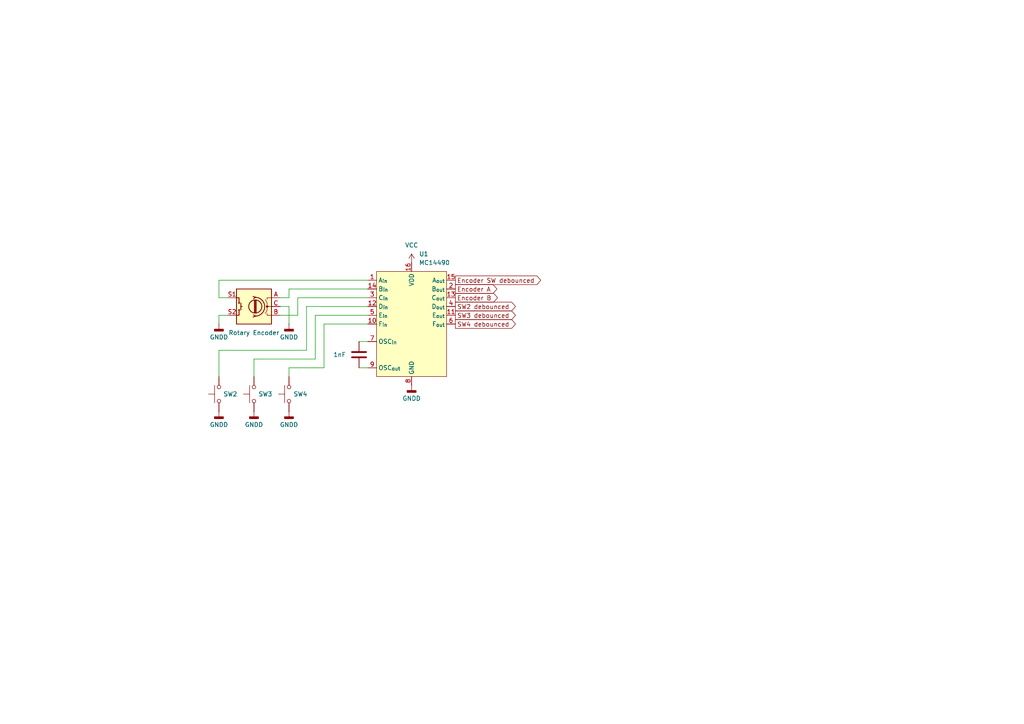
<source format=kicad_sch>
(kicad_sch (version 20250114) (generator "eeschema") (generator_version "9.0")
  (paper "A4")
  (lib_symbols
    (symbol "Device:C" (pin_numbers (hide yes)) (pin_names (offset 0.254))
      (property "Reference" "C" (at 0.635 2.54 0))
      (property "Value" "C" (at 0.635 -2.54 0))
      (symbol "C_0_1"
        (polyline (pts (xy -2.032 0.762) (xy 2.032 0.762)) (stroke (width 0.508)))
        (polyline (pts (xy -2.032 -0.762) (xy 2.032 -0.762)) (stroke (width 0.508)))
      )
      (symbol "C_1_1"
        (pin passive line (at 0 3.81 270) (length 2.794) (name "~") (number "1"))
        (pin passive line (at 0 -3.81 90) (length 2.794) (name "~") (number "2"))
      )
    )
    (symbol "Device:RotaryEncoder_Switch" (pin_names (offset 0.254) (hide yes))
      (property "Reference" "SW" (at 0 6.604 0))
      (property "Value" "RotaryEncoder_Switch" (at 0 -6.604 0))
      (symbol "RotaryEncoder_Switch_0_1"
        (rectangle (start -5.08 5.08) (end 5.08 -5.08) (stroke (width 0.254)) (fill (type background)))
        (polyline (pts (xy -5.08 2.54) (xy -3.81 2.54) (xy -3.81 2.032)))
        (polyline (pts (xy -5.08 0) (xy -3.81 0) (xy -3.81 -1.016) (xy -3.302 -2.032)))
        (polyline (pts (xy -5.08 -2.54) (xy -3.81 -2.54) (xy -3.81 -2.032)))
        (polyline (pts (xy -4.318 0) (xy -3.81 0) (xy -3.81 1.016) (xy -3.302 2.032)))
        (circle (center -3.81 0) (radius 0.254) (fill (type outline)))
        (polyline (pts (xy -0.635 -1.778) (xy -0.635 1.778)) (stroke (width 0.254)))
        (circle (center -0.381 0) (radius 1.905) (stroke (width 0.254)))
        (polyline (pts (xy -0.381 -1.778) (xy -0.381 1.778)) (stroke (width 0.254)))
        (arc (start -0.381 -2.794) (mid -3.0988 -0.0635) (end -0.381 2.667) (stroke (width 0.254)))
        (polyline (pts (xy -0.127 1.778) (xy -0.127 -1.778)) (stroke (width 0.254)))
        (polyline (pts (xy 0.254 2.921) (xy -0.508 2.667) (xy 0.127 2.286)) (stroke (width 0.254)))
        (polyline (pts (xy 0.254 -3.048) (xy -0.508 -2.794) (xy 0.127 -2.413)) (stroke (width 0.254)))
        (polyline (pts (xy 3.81 1.016) (xy 3.81 -1.016)) (stroke (width 0.254)))
        (polyline (pts (xy 3.81 0) (xy 3.429 0)) (stroke (width 0.254)))
        (circle (center 4.318 1.016) (radius 0.127) (stroke (width 0.254)))
        (circle (center 4.318 -1.016) (radius 0.127) (stroke (width 0.254)))
        (polyline (pts (xy 5.08 2.54) (xy 4.318 2.54) (xy 4.318 1.016)) (stroke (width 0.254)))
        (polyline (pts (xy 5.08 -2.54) (xy 4.318 -2.54) (xy 4.318 -1.016)) (stroke (width 0.254)))
      )
      (symbol "RotaryEncoder_Switch_1_1"
        (pin passive line (at -7.62 2.54 0) (length 2.54) (name "A") (number "A"))
        (pin passive line (at -7.62 0 0) (length 2.54) (name "C") (number "C"))
        (pin passive line (at -7.62 -2.54 0) (length 2.54) (name "B") (number "B"))
        (pin passive line (at 7.62 2.54 180) (length 2.54) (name "S1") (number "S1"))
        (pin passive line (at 7.62 -2.54 180) (length 2.54) (name "S2") (number "S2"))
      )
    )
    (symbol "Repo_Library:MC14490"
      (property "Reference" "U" (at 2.54 1.27 0))
      (property "Value" "MC14490" (at 0 0 0))
      (symbol "MC14490_1_0"
        (pin input line (at -12.7 -2.54 0) (length 2.54) (name "A_{in}") (number "1"))
        (pin input line (at -12.7 -5.08 0) (length 2.54) (name "B_{in}") (number "14"))
        (pin input line (at -12.7 -7.62 0) (length 2.54) (name "C_{in}") (number "3"))
        (pin input line (at -12.7 -10.16 0) (length 2.54) (name "D_{in}") (number "12"))
        (pin input line (at -12.7 -12.7 0) (length 2.54) (name "E_{in}") (number "5"))
        (pin input line (at -12.7 -15.24 0) (length 2.54) (name "F_{in}") (number "10"))
        (pin input line (at -12.7 -20.32 0) (length 2.54) (name "OSC_{in}") (number "7"))
        (pin output line (at -12.7 -27.94 0) (length 2.54) (name "OSC_{out}") (number "9"))
        (pin power_in line (at 0 2.54 270) (length 2.54) (name "VDD") (number "16"))
        (pin passive line (at 0 -33.02 90) (length 2.54) (name "GND") (number "8"))
        (pin output line (at 12.7 -2.54 180) (length 2.54) (name "A_{out}") (number "15"))
        (pin output line (at 12.7 -5.08 180) (length 2.54) (name "B_{out}") (number "2"))
        (pin output line (at 12.7 -7.62 180) (length 2.54) (name "C_{out}") (number "13"))
        (pin output line (at 12.7 -10.16 180) (length 2.54) (name "D_{out}") (number "4"))
        (pin output line (at 12.7 -12.7 180) (length 2.54) (name "E_{out}") (number "11"))
        (pin output line (at 12.7 -15.24 180) (length 2.54) (name "F_{out}") (number "6"))
      )
      (symbol "MC14490_1_1"
        (rectangle (start -10.16 0) (end 10.16 -30.48) (fill (type background)))
      )
    )
    (symbol "Switch:SW_Push" (pin_numbers (hide yes)) (pin_names (offset 1.016) (hide yes))
      (property "Reference" "SW" (at 1.27 2.54 0))
      (property "Value" "SW_Push" (at 0 -1.524 0))
      (symbol "SW_Push_0_1"
        (circle (center -2.032 0) (radius 0.508))
        (polyline (pts (xy 0 1.27) (xy 0 3.048)))
        (circle (center 2.032 0) (radius 0.508))
        (polyline (pts (xy 2.54 1.27) (xy -2.54 1.27)))
        (pin passive line (at -5.08 0 0) (length 2.54) (name "1") (number "1"))
        (pin passive line (at 5.08 0 180) (length 2.54) (name "2") (number "2"))
      )
    )
    (symbol "power:GNDD" (power) (pin_numbers (hide yes)) (pin_names (offset 0) (hide yes))
      (property "Value" "GNDD" (at 0 -3.175 0))
      (symbol "GNDD_0_1"
        (rectangle (start -1.27 -1.524) (end 1.27 -2.032) (stroke (width 0.254)) (fill (type outline)))
        (polyline (pts (xy 0 0) (xy 0 -1.524)))
      )
      (symbol "GNDD_1_1"
        (pin power_in line (at 0 0 270) (length 0) (name "~") (number "1"))
      )
    )
    (symbol "power:VCC" (power) (pin_numbers (hide yes)) (pin_names (offset 0) (hide yes))
      (property "Value" "VCC" (at 0 3.556 0))
      (symbol "VCC_0_1"
        (polyline (pts (xy -0.762 1.27) (xy 0 2.54)))
        (polyline (pts (xy 0 2.54) (xy 0.762 1.27)))
        (polyline (pts (xy 0 0) (xy 0 2.54)))
      )
      (symbol "VCC_1_1"
        (pin power_in line (at 0 0 90) (length 0) (name "~") (number "1"))
      )
    )
  )
  (wire (pts (xy 93.98 93.98) (xy 106.68 93.98)))
  (wire (pts (xy 91.44 104.14) (xy 73.66 104.14)))
  (wire (pts (xy 86.36 86.36) (xy 106.68 86.36)))
  (wire (pts (xy 83.82 106.68) (xy 83.82 109.22)))
  (wire (pts (xy 81.28 88.9) (xy 83.82 88.9)))
  (wire (pts (xy 91.44 91.44) (xy 91.44 104.14)))
  (wire (pts (xy 88.9 88.9) (xy 88.9 101.6)))
  (wire (pts (xy 63.5 86.36) (xy 66.04 86.36)))
  (wire (pts (xy 91.44 91.44) (xy 106.68 91.44)))
  (wire (pts (xy 83.82 88.9) (xy 83.82 93.98)))
  (wire (pts (xy 63.5 81.28) (xy 63.5 86.36)))
  (wire (pts (xy 81.28 86.36) (xy 83.82 86.36)))
  (wire (pts (xy 83.82 106.68) (xy 93.98 106.68)))
  (wire (pts (xy 83.82 86.36) (xy 83.82 83.82)))
  (wire (pts (xy 104.14 106.68) (xy 106.68 106.68)))
  (wire (pts (xy 63.5 91.44) (xy 63.5 93.98)))
  (wire (pts (xy 88.9 101.6) (xy 63.5 101.6)))
  (wire (pts (xy 93.98 93.98) (xy 93.98 106.68)))
  (wire (pts (xy 63.5 81.28) (xy 106.68 81.28)))
  (wire (pts (xy 81.28 91.44) (xy 86.36 91.44)))
  (wire (pts (xy 88.9 88.9) (xy 106.68 88.9)))
  (wire (pts (xy 63.5 101.6) (xy 63.5 109.22)))
  (wire (pts (xy 104.14 99.06) (xy 106.68 99.06)))
  (wire (pts (xy 86.36 91.44) (xy 86.36 86.36)))
  (wire (pts (xy 83.82 83.82) (xy 106.68 83.82)))
  (wire (pts (xy 66.04 91.44) (xy 63.5 91.44)))
  (wire (pts (xy 73.66 104.14) (xy 73.66 109.22)))
  (global_label "SW2 debounced" (shape output) (at 132.08 88.9 0) (property "Intersheetrefs" "${INTERSHEET_REFS}" (effects (hide yes))))
  (global_label "Encoder B" (shape output) (at 132.08 86.36 0) (property "Intersheetrefs" "${INTERSHEET_REFS}" (effects (hide yes))))
  (global_label "Encoder A" (shape output) (at 132.08 83.82 0) (property "Intersheetrefs" "${INTERSHEET_REFS}" (effects (hide yes))))
  (global_label "SW4 debounced" (shape output) (at 132.08 93.98 0) (property "Intersheetrefs" "${INTERSHEET_REFS}" (effects (hide yes))))
  (global_label "Encoder SW debounced" (shape output) (at 132.08 81.28 0) (property "Intersheetrefs" "${INTERSHEET_REFS}" (effects (hide yes))))
  (global_label "SW3 debounced" (shape output) (at 132.08 91.44 0) (property "Intersheetrefs" "${INTERSHEET_REFS}" (effects (hide yes))))
  (symbol (lib_id "Switch:SW_Push") (at 83.82 114.3 90) (unit 1)
    (property "Reference" "SW4" (at 85.09 114.2999 90) (effects (justify right)))
    (property "Value" "SW_Push" (effects (hide yes)))
    (property "Description" "Push button switch, generic, two pins" (effects (hide yes)))
  )
  (symbol (lib_id "power:GNDD") (at 63.5 93.98 0) (unit 1)
    (property "Reference" "#PWR03" (effects (hide yes)))
    (property "Value" "GNDD" (at 63.5 97.79 0))
    (property "Description" "Power symbol creates a global label with name \"GNDD\" , digital ground" (effects (hide yes)))
  )
  (symbol (lib_id "Device:RotaryEncoder_Switch") (at 73.66 88.9 0) (mirror y) (unit 1)
    (property "Reference" "SW1" (effects (hide yes)))
    (property "Value" "Rotary Encoder" (at 73.66 96.52 0))
    (property "Description" "Rotary encoder, dual channel, incremental quadrate outputs, with switch" (effects (hide yes)))
  )
  (symbol (lib_id "Switch:SW_Push") (at 63.5 114.3 90) (unit 1)
    (property "Reference" "SW2" (at 64.77 114.2999 90) (effects (justify right)))
    (property "Value" "SW_Push" (effects (hide yes)))
    (property "Description" "Push button switch, generic, two pins" (effects (hide yes)))
  )
  (symbol (lib_id "power:GNDD") (at 63.5 119.38 0) (unit 1)
    (property "Reference" "#PWR05" (effects (hide yes)))
    (property "Value" "GNDD" (at 63.5 123.19 0))
    (property "Description" "Power symbol creates a global label with name \"GNDD\" , digital ground" (effects (hide yes)))
  )
  (symbol (lib_id "Repo_Library:MC14490") (at 119.38 78.74 0) (unit 1)
    (property "Reference" "U1" (at 121.5233 73.66 0) (effects (justify left)))
    (property "Value" "MC14490" (at 121.5233 76.2 0) (effects (justify left)))
    (property "Datasheet" "https://www.onsemi.com/pdf/datasheet/mc14490-d.pdf" (effects (hide yes)))
  )
  (symbol (lib_id "power:VCC") (at 119.38 76.2 0) (unit 1)
    (property "Reference" "#PWR01" (effects (hide yes)))
    (property "Value" "VCC" (at 119.38 71.12 0))
    (property "Description" "Power symbol creates a global label with name \"VCC\"" (effects (hide yes)))
  )
  (symbol (lib_id "Device:C") (at 104.14 102.87 0) (unit 1)
    (property "Reference" "C1" (effects (hide yes)))
    (property "Value" "1nF" (at 100.33 102.8699 0) (effects (justify right)))
    (property "Description" "Unpolarized capacitor" (effects (hide yes)))
  )
  (symbol (lib_id "power:GNDD") (at 73.66 119.38 0) (unit 1)
    (property "Reference" "#PWR06" (effects (hide yes)))
    (property "Value" "GNDD" (at 73.66 123.19 0))
    (property "Description" "Power symbol creates a global label with name \"GNDD\" , digital ground" (effects (hide yes)))
  )
  (symbol (lib_id "power:GNDD") (at 83.82 119.38 0) (unit 1)
    (property "Reference" "#PWR07" (effects (hide yes)))
    (property "Value" "GNDD" (at 83.82 123.19 0))
    (property "Description" "Power symbol creates a global label with name \"GNDD\" , digital ground" (effects (hide yes)))
  )
  (symbol (lib_id "Switch:SW_Push") (at 73.66 114.3 90) (unit 1)
    (property "Reference" "SW3" (at 74.93 114.2999 90) (effects (justify right)))
    (property "Value" "SW_Push" (effects (hide yes)))
    (property "Description" "Push button switch, generic, two pins" (effects (hide yes)))
  )
  (symbol (lib_id "power:GNDD") (at 83.82 93.98 0) (unit 1)
    (property "Reference" "#PWR04" (effects (hide yes)))
    (property "Value" "GNDD" (at 83.82 97.79 0))
    (property "Description" "Power symbol creates a global label with name \"GNDD\" , digital ground" (effects (hide yes)))
  )
  (symbol (lib_id "power:GNDD") (at 119.38 111.76 0) (unit 1)
    (property "Reference" "#PWR02" (effects (hide yes)))
    (property "Value" "GNDD" (at 119.38 115.57 0))
    (property "Description" "Power symbol creates a global label with name \"GNDD\" , digital ground" (effects (hide yes)))
  )
)
</source>
